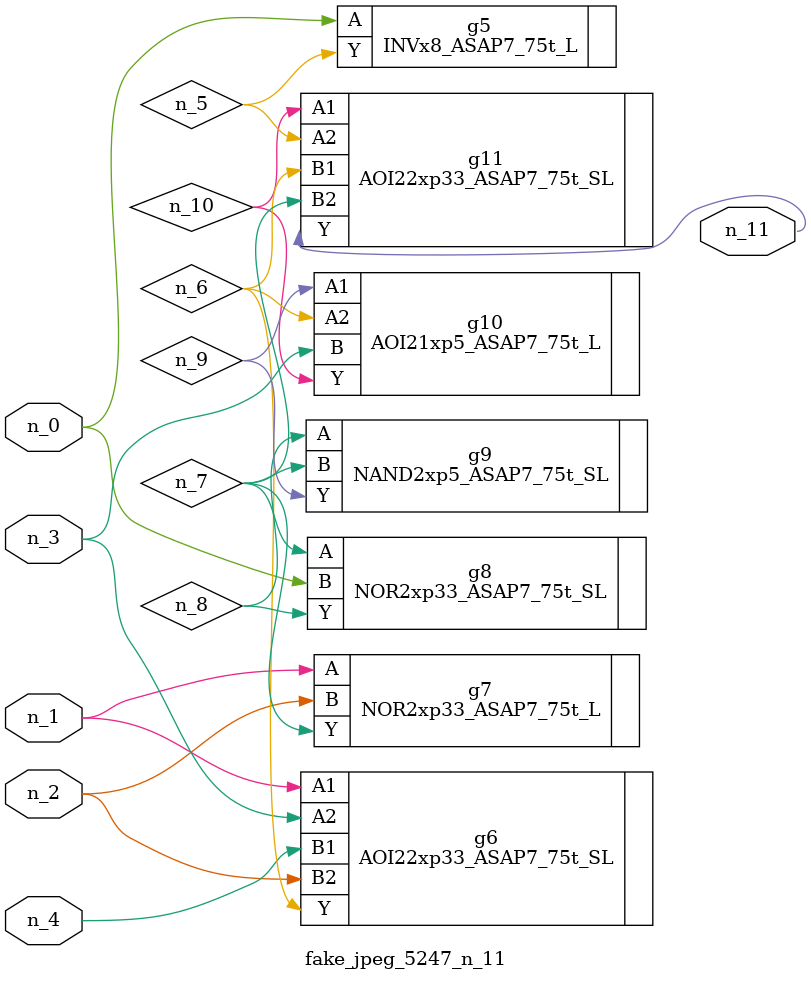
<source format=v>
module fake_jpeg_5247_n_11 (n_3, n_2, n_1, n_0, n_4, n_11);

input n_3;
input n_2;
input n_1;
input n_0;
input n_4;

output n_11;

wire n_10;
wire n_8;
wire n_9;
wire n_6;
wire n_5;
wire n_7;

INVx8_ASAP7_75t_L g5 ( 
.A(n_0),
.Y(n_5)
);

AOI22xp33_ASAP7_75t_SL g6 ( 
.A1(n_1),
.A2(n_3),
.B1(n_4),
.B2(n_2),
.Y(n_6)
);

NOR2xp33_ASAP7_75t_L g7 ( 
.A(n_1),
.B(n_2),
.Y(n_7)
);

NOR2xp33_ASAP7_75t_SL g8 ( 
.A(n_7),
.B(n_0),
.Y(n_8)
);

NAND2xp5_ASAP7_75t_SL g9 ( 
.A(n_8),
.B(n_7),
.Y(n_9)
);

AOI21xp5_ASAP7_75t_L g10 ( 
.A1(n_9),
.A2(n_6),
.B(n_3),
.Y(n_10)
);

AOI22xp33_ASAP7_75t_SL g11 ( 
.A1(n_10),
.A2(n_5),
.B1(n_6),
.B2(n_7),
.Y(n_11)
);


endmodule
</source>
